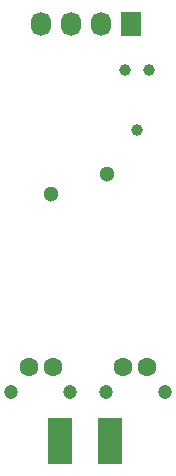
<source format=gbs>
G04 #@! TF.FileFunction,Soldermask,Bot*
%FSLAX46Y46*%
G04 Gerber Fmt 4.6, Leading zero omitted, Abs format (unit mm)*
G04 Created by KiCad (PCBNEW 4.0.2-4+6225~38~ubuntu15.10.1-stable) date Mon 28 Mar 2016 22:58:05 BST*
%MOMM*%
G01*
G04 APERTURE LIST*
%ADD10C,0.100000*%
%ADD11C,1.200000*%
%ADD12C,1.600000*%
%ADD13R,2.000000X4.000000*%
%ADD14C,1.000000*%
%ADD15R,1.727200X2.032000*%
%ADD16O,1.727200X2.032000*%
%ADD17C,1.300000*%
G04 APERTURE END LIST*
D10*
D11*
X117000000Y-108600000D03*
X122000000Y-108600000D03*
D12*
X118500000Y-106500000D03*
X120500000Y-106500000D03*
D13*
X121150000Y-112750000D03*
X125350000Y-112750000D03*
D11*
X125000000Y-108600000D03*
X130000000Y-108600000D03*
D12*
X126500000Y-106500000D03*
X128500000Y-106500000D03*
D14*
X127605000Y-86440000D03*
X128621000Y-81360000D03*
X126589000Y-81360000D03*
D15*
X127100000Y-77400000D03*
D16*
X124560000Y-77400000D03*
X122020000Y-77400000D03*
X119480000Y-77400000D03*
D17*
X120400768Y-91855050D03*
X125099232Y-90144950D03*
M02*

</source>
